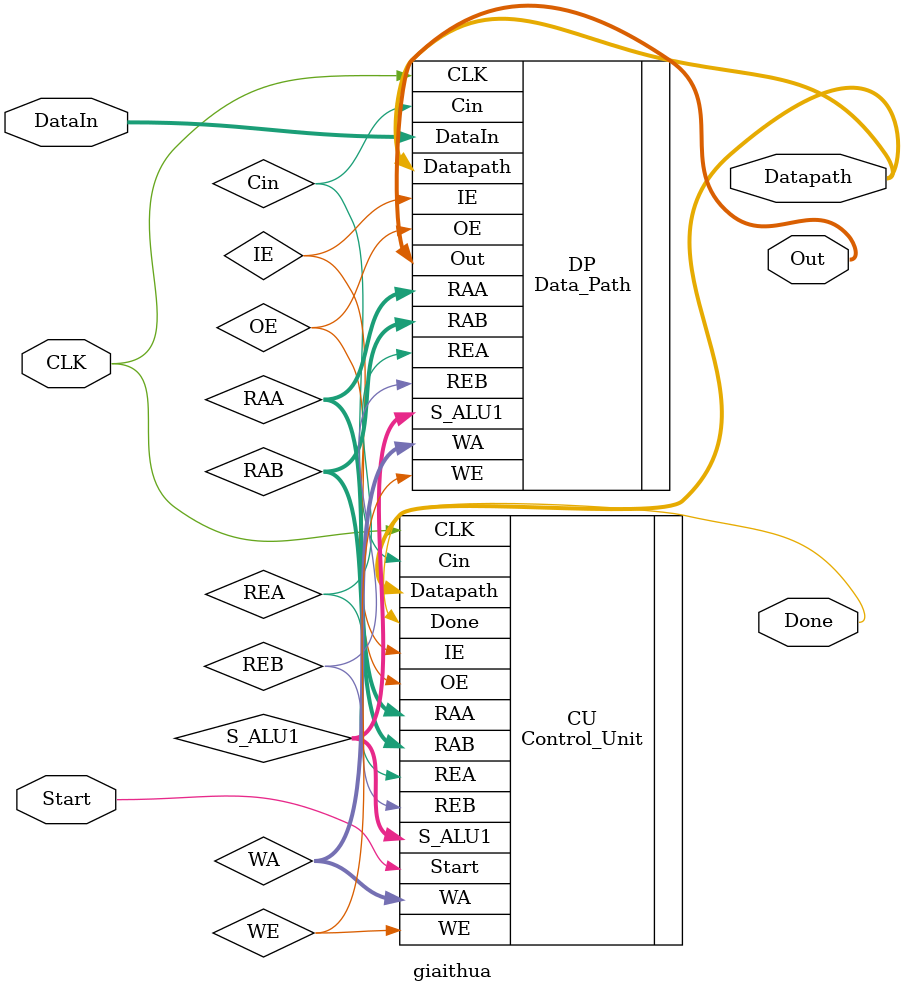
<source format=v>
module giaithua (CLK, Start, DataIn, Out, Done, Datapath);
	input CLK, Start;
	input [15:0] DataIn;
	output [15:0] Out;
	output Done;
	wire IE, OE, WE, REA, REB;
	wire [3:0] WA;
	wire [3:0] RAA;
	wire [3:0] RAB;
	wire [3:0] S_ALU1;
	output wire [15:0] Datapath;
	wire Cin;
	
	Control_Unit CU(.CLK(CLK), .Start(Start), .IE(IE), .WA(WA), .WE(WE), .RAA(RAA), .REA(REA), .RAB(RAB), .REB(REB), .OE(OE), .S_ALU1(S_ALU1), .Done(Done), .Datapath(Datapath), .Cin(Cin));
	Data_Path DP(.CLK(CLK), .DataIn(DataIn), .IE(IE), .WA(WA), .WE(WE), .RAA(RAA), .REA(REA), .RAB(RAB), .REB(REB), .OE(OE), .S_ALU1(S_ALU1), .Out(Out), .Datapath(Datapath), .Cin(Cin));
	
endmodule
</source>
